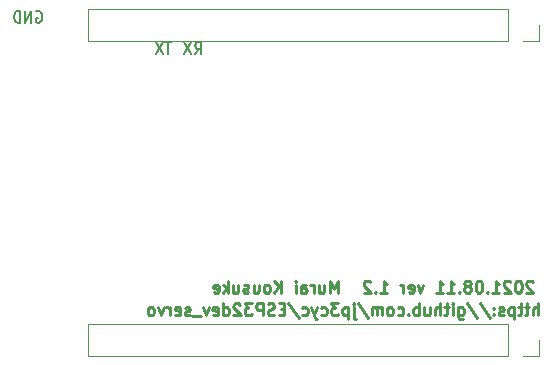
<source format=gbr>
G04 #@! TF.GenerationSoftware,KiCad,Pcbnew,(5.1.10)-1*
G04 #@! TF.CreationDate,2021-08-11T19:04:18+09:00*
G04 #@! TF.ProjectId,ESP32_LED,45535033-325f-44c4-9544-2e6b69636164,rev?*
G04 #@! TF.SameCoordinates,Original*
G04 #@! TF.FileFunction,Legend,Bot*
G04 #@! TF.FilePolarity,Positive*
%FSLAX46Y46*%
G04 Gerber Fmt 4.6, Leading zero omitted, Abs format (unit mm)*
G04 Created by KiCad (PCBNEW (5.1.10)-1) date 2021-08-11 19:04:18*
%MOMM*%
%LPD*%
G01*
G04 APERTURE LIST*
%ADD10C,0.150000*%
%ADD11C,0.250000*%
%ADD12C,0.120000*%
G04 APERTURE END LIST*
D10*
X132765714Y-70620000D02*
X132851428Y-70572380D01*
X132980000Y-70572380D01*
X133108571Y-70620000D01*
X133194285Y-70715238D01*
X133237142Y-70810476D01*
X133280000Y-71000952D01*
X133280000Y-71143809D01*
X133237142Y-71334285D01*
X133194285Y-71429523D01*
X133108571Y-71524761D01*
X132980000Y-71572380D01*
X132894285Y-71572380D01*
X132765714Y-71524761D01*
X132722857Y-71477142D01*
X132722857Y-71143809D01*
X132894285Y-71143809D01*
X132337142Y-71572380D02*
X132337142Y-70572380D01*
X131822857Y-71572380D01*
X131822857Y-70572380D01*
X131394285Y-71572380D02*
X131394285Y-70572380D01*
X131180000Y-70572380D01*
X131051428Y-70620000D01*
X130965714Y-70715238D01*
X130922857Y-70810476D01*
X130880000Y-71000952D01*
X130880000Y-71143809D01*
X130922857Y-71334285D01*
X130965714Y-71429523D01*
X131051428Y-71524761D01*
X131180000Y-71572380D01*
X131394285Y-71572380D01*
X146200000Y-74239380D02*
X146500000Y-73763190D01*
X146714285Y-74239380D02*
X146714285Y-73239380D01*
X146371428Y-73239380D01*
X146285714Y-73287000D01*
X146242857Y-73334619D01*
X146200000Y-73429857D01*
X146200000Y-73572714D01*
X146242857Y-73667952D01*
X146285714Y-73715571D01*
X146371428Y-73763190D01*
X146714285Y-73763190D01*
X145900000Y-73239380D02*
X145300000Y-74239380D01*
X145300000Y-73239380D02*
X145900000Y-74239380D01*
X144195714Y-73239380D02*
X143681428Y-73239380D01*
X143938571Y-74239380D02*
X143938571Y-73239380D01*
X143467142Y-73239380D02*
X142867142Y-74239380D01*
X142867142Y-73239380D02*
X143467142Y-74239380D01*
D11*
X175250000Y-96337380D02*
X175250000Y-95337380D01*
X174821428Y-96337380D02*
X174821428Y-95813571D01*
X174869047Y-95718333D01*
X174964285Y-95670714D01*
X175107142Y-95670714D01*
X175202380Y-95718333D01*
X175250000Y-95765952D01*
X174488095Y-95670714D02*
X174107142Y-95670714D01*
X174345238Y-95337380D02*
X174345238Y-96194523D01*
X174297619Y-96289761D01*
X174202380Y-96337380D01*
X174107142Y-96337380D01*
X173916666Y-95670714D02*
X173535714Y-95670714D01*
X173773809Y-95337380D02*
X173773809Y-96194523D01*
X173726190Y-96289761D01*
X173630952Y-96337380D01*
X173535714Y-96337380D01*
X173202380Y-95670714D02*
X173202380Y-96670714D01*
X173202380Y-95718333D02*
X173107142Y-95670714D01*
X172916666Y-95670714D01*
X172821428Y-95718333D01*
X172773809Y-95765952D01*
X172726190Y-95861190D01*
X172726190Y-96146904D01*
X172773809Y-96242142D01*
X172821428Y-96289761D01*
X172916666Y-96337380D01*
X173107142Y-96337380D01*
X173202380Y-96289761D01*
X172345238Y-96289761D02*
X172250000Y-96337380D01*
X172059523Y-96337380D01*
X171964285Y-96289761D01*
X171916666Y-96194523D01*
X171916666Y-96146904D01*
X171964285Y-96051666D01*
X172059523Y-96004047D01*
X172202380Y-96004047D01*
X172297619Y-95956428D01*
X172345238Y-95861190D01*
X172345238Y-95813571D01*
X172297619Y-95718333D01*
X172202380Y-95670714D01*
X172059523Y-95670714D01*
X171964285Y-95718333D01*
X171488095Y-96242142D02*
X171440476Y-96289761D01*
X171488095Y-96337380D01*
X171535714Y-96289761D01*
X171488095Y-96242142D01*
X171488095Y-96337380D01*
X171488095Y-95718333D02*
X171440476Y-95765952D01*
X171488095Y-95813571D01*
X171535714Y-95765952D01*
X171488095Y-95718333D01*
X171488095Y-95813571D01*
X170297619Y-95289761D02*
X171154761Y-96575476D01*
X169250000Y-95289761D02*
X170107142Y-96575476D01*
X168488095Y-95670714D02*
X168488095Y-96480238D01*
X168535714Y-96575476D01*
X168583333Y-96623095D01*
X168678571Y-96670714D01*
X168821428Y-96670714D01*
X168916666Y-96623095D01*
X168488095Y-96289761D02*
X168583333Y-96337380D01*
X168773809Y-96337380D01*
X168869047Y-96289761D01*
X168916666Y-96242142D01*
X168964285Y-96146904D01*
X168964285Y-95861190D01*
X168916666Y-95765952D01*
X168869047Y-95718333D01*
X168773809Y-95670714D01*
X168583333Y-95670714D01*
X168488095Y-95718333D01*
X168011904Y-96337380D02*
X168011904Y-95670714D01*
X168011904Y-95337380D02*
X168059523Y-95385000D01*
X168011904Y-95432619D01*
X167964285Y-95385000D01*
X168011904Y-95337380D01*
X168011904Y-95432619D01*
X167678571Y-95670714D02*
X167297619Y-95670714D01*
X167535714Y-95337380D02*
X167535714Y-96194523D01*
X167488095Y-96289761D01*
X167392857Y-96337380D01*
X167297619Y-96337380D01*
X166964285Y-96337380D02*
X166964285Y-95337380D01*
X166535714Y-96337380D02*
X166535714Y-95813571D01*
X166583333Y-95718333D01*
X166678571Y-95670714D01*
X166821428Y-95670714D01*
X166916666Y-95718333D01*
X166964285Y-95765952D01*
X165630952Y-95670714D02*
X165630952Y-96337380D01*
X166059523Y-95670714D02*
X166059523Y-96194523D01*
X166011904Y-96289761D01*
X165916666Y-96337380D01*
X165773809Y-96337380D01*
X165678571Y-96289761D01*
X165630952Y-96242142D01*
X165154761Y-96337380D02*
X165154761Y-95337380D01*
X165154761Y-95718333D02*
X165059523Y-95670714D01*
X164869047Y-95670714D01*
X164773809Y-95718333D01*
X164726190Y-95765952D01*
X164678571Y-95861190D01*
X164678571Y-96146904D01*
X164726190Y-96242142D01*
X164773809Y-96289761D01*
X164869047Y-96337380D01*
X165059523Y-96337380D01*
X165154761Y-96289761D01*
X164250000Y-96242142D02*
X164202380Y-96289761D01*
X164250000Y-96337380D01*
X164297619Y-96289761D01*
X164250000Y-96242142D01*
X164250000Y-96337380D01*
X163345238Y-96289761D02*
X163440476Y-96337380D01*
X163630952Y-96337380D01*
X163726190Y-96289761D01*
X163773809Y-96242142D01*
X163821428Y-96146904D01*
X163821428Y-95861190D01*
X163773809Y-95765952D01*
X163726190Y-95718333D01*
X163630952Y-95670714D01*
X163440476Y-95670714D01*
X163345238Y-95718333D01*
X162773809Y-96337380D02*
X162869047Y-96289761D01*
X162916666Y-96242142D01*
X162964285Y-96146904D01*
X162964285Y-95861190D01*
X162916666Y-95765952D01*
X162869047Y-95718333D01*
X162773809Y-95670714D01*
X162630952Y-95670714D01*
X162535714Y-95718333D01*
X162488095Y-95765952D01*
X162440476Y-95861190D01*
X162440476Y-96146904D01*
X162488095Y-96242142D01*
X162535714Y-96289761D01*
X162630952Y-96337380D01*
X162773809Y-96337380D01*
X162011904Y-96337380D02*
X162011904Y-95670714D01*
X162011904Y-95765952D02*
X161964285Y-95718333D01*
X161869047Y-95670714D01*
X161726190Y-95670714D01*
X161630952Y-95718333D01*
X161583333Y-95813571D01*
X161583333Y-96337380D01*
X161583333Y-95813571D02*
X161535714Y-95718333D01*
X161440476Y-95670714D01*
X161297619Y-95670714D01*
X161202380Y-95718333D01*
X161154761Y-95813571D01*
X161154761Y-96337380D01*
X159964285Y-95289761D02*
X160821428Y-96575476D01*
X159630952Y-95670714D02*
X159630952Y-96527857D01*
X159678571Y-96623095D01*
X159773809Y-96670714D01*
X159821428Y-96670714D01*
X159630952Y-95337380D02*
X159678571Y-95385000D01*
X159630952Y-95432619D01*
X159583333Y-95385000D01*
X159630952Y-95337380D01*
X159630952Y-95432619D01*
X159154761Y-95670714D02*
X159154761Y-96670714D01*
X159154761Y-95718333D02*
X159059523Y-95670714D01*
X158869047Y-95670714D01*
X158773809Y-95718333D01*
X158726190Y-95765952D01*
X158678571Y-95861190D01*
X158678571Y-96146904D01*
X158726190Y-96242142D01*
X158773809Y-96289761D01*
X158869047Y-96337380D01*
X159059523Y-96337380D01*
X159154761Y-96289761D01*
X158345238Y-95337380D02*
X157726190Y-95337380D01*
X158059523Y-95718333D01*
X157916666Y-95718333D01*
X157821428Y-95765952D01*
X157773809Y-95813571D01*
X157726190Y-95908809D01*
X157726190Y-96146904D01*
X157773809Y-96242142D01*
X157821428Y-96289761D01*
X157916666Y-96337380D01*
X158202380Y-96337380D01*
X158297619Y-96289761D01*
X158345238Y-96242142D01*
X156869047Y-96289761D02*
X156964285Y-96337380D01*
X157154761Y-96337380D01*
X157250000Y-96289761D01*
X157297619Y-96242142D01*
X157345238Y-96146904D01*
X157345238Y-95861190D01*
X157297619Y-95765952D01*
X157250000Y-95718333D01*
X157154761Y-95670714D01*
X156964285Y-95670714D01*
X156869047Y-95718333D01*
X156535714Y-95670714D02*
X156297619Y-96337380D01*
X156059523Y-95670714D02*
X156297619Y-96337380D01*
X156392857Y-96575476D01*
X156440476Y-96623095D01*
X156535714Y-96670714D01*
X155250000Y-96289761D02*
X155345238Y-96337380D01*
X155535714Y-96337380D01*
X155630952Y-96289761D01*
X155678571Y-96242142D01*
X155726190Y-96146904D01*
X155726190Y-95861190D01*
X155678571Y-95765952D01*
X155630952Y-95718333D01*
X155535714Y-95670714D01*
X155345238Y-95670714D01*
X155250000Y-95718333D01*
X154107142Y-95289761D02*
X154964285Y-96575476D01*
X153773809Y-95813571D02*
X153440476Y-95813571D01*
X153297619Y-96337380D02*
X153773809Y-96337380D01*
X153773809Y-95337380D01*
X153297619Y-95337380D01*
X152916666Y-96289761D02*
X152773809Y-96337380D01*
X152535714Y-96337380D01*
X152440476Y-96289761D01*
X152392857Y-96242142D01*
X152345238Y-96146904D01*
X152345238Y-96051666D01*
X152392857Y-95956428D01*
X152440476Y-95908809D01*
X152535714Y-95861190D01*
X152726190Y-95813571D01*
X152821428Y-95765952D01*
X152869047Y-95718333D01*
X152916666Y-95623095D01*
X152916666Y-95527857D01*
X152869047Y-95432619D01*
X152821428Y-95385000D01*
X152726190Y-95337380D01*
X152488095Y-95337380D01*
X152345238Y-95385000D01*
X151916666Y-96337380D02*
X151916666Y-95337380D01*
X151535714Y-95337380D01*
X151440476Y-95385000D01*
X151392857Y-95432619D01*
X151345238Y-95527857D01*
X151345238Y-95670714D01*
X151392857Y-95765952D01*
X151440476Y-95813571D01*
X151535714Y-95861190D01*
X151916666Y-95861190D01*
X151011904Y-95337380D02*
X150392857Y-95337380D01*
X150726190Y-95718333D01*
X150583333Y-95718333D01*
X150488095Y-95765952D01*
X150440476Y-95813571D01*
X150392857Y-95908809D01*
X150392857Y-96146904D01*
X150440476Y-96242142D01*
X150488095Y-96289761D01*
X150583333Y-96337380D01*
X150869047Y-96337380D01*
X150964285Y-96289761D01*
X151011904Y-96242142D01*
X150011904Y-95432619D02*
X149964285Y-95385000D01*
X149869047Y-95337380D01*
X149630952Y-95337380D01*
X149535714Y-95385000D01*
X149488095Y-95432619D01*
X149440476Y-95527857D01*
X149440476Y-95623095D01*
X149488095Y-95765952D01*
X150059523Y-96337380D01*
X149440476Y-96337380D01*
X148583333Y-96337380D02*
X148583333Y-95337380D01*
X148583333Y-96289761D02*
X148678571Y-96337380D01*
X148869047Y-96337380D01*
X148964285Y-96289761D01*
X149011904Y-96242142D01*
X149059523Y-96146904D01*
X149059523Y-95861190D01*
X149011904Y-95765952D01*
X148964285Y-95718333D01*
X148869047Y-95670714D01*
X148678571Y-95670714D01*
X148583333Y-95718333D01*
X147726190Y-96289761D02*
X147821428Y-96337380D01*
X148011904Y-96337380D01*
X148107142Y-96289761D01*
X148154761Y-96194523D01*
X148154761Y-95813571D01*
X148107142Y-95718333D01*
X148011904Y-95670714D01*
X147821428Y-95670714D01*
X147726190Y-95718333D01*
X147678571Y-95813571D01*
X147678571Y-95908809D01*
X148154761Y-96004047D01*
X147345238Y-95670714D02*
X147107142Y-96337380D01*
X146869047Y-95670714D01*
X146726190Y-96432619D02*
X145964285Y-96432619D01*
X145773809Y-96289761D02*
X145678571Y-96337380D01*
X145488095Y-96337380D01*
X145392857Y-96289761D01*
X145345238Y-96194523D01*
X145345238Y-96146904D01*
X145392857Y-96051666D01*
X145488095Y-96004047D01*
X145630952Y-96004047D01*
X145726190Y-95956428D01*
X145773809Y-95861190D01*
X145773809Y-95813571D01*
X145726190Y-95718333D01*
X145630952Y-95670714D01*
X145488095Y-95670714D01*
X145392857Y-95718333D01*
X144535714Y-96289761D02*
X144630952Y-96337380D01*
X144821428Y-96337380D01*
X144916666Y-96289761D01*
X144964285Y-96194523D01*
X144964285Y-95813571D01*
X144916666Y-95718333D01*
X144821428Y-95670714D01*
X144630952Y-95670714D01*
X144535714Y-95718333D01*
X144488095Y-95813571D01*
X144488095Y-95908809D01*
X144964285Y-96004047D01*
X144059523Y-96337380D02*
X144059523Y-95670714D01*
X144059523Y-95861190D02*
X144011904Y-95765952D01*
X143964285Y-95718333D01*
X143869047Y-95670714D01*
X143773809Y-95670714D01*
X143535714Y-95670714D02*
X143297619Y-96337380D01*
X143059523Y-95670714D01*
X142535714Y-96337380D02*
X142630952Y-96289761D01*
X142678571Y-96242142D01*
X142726190Y-96146904D01*
X142726190Y-95861190D01*
X142678571Y-95765952D01*
X142630952Y-95718333D01*
X142535714Y-95670714D01*
X142392857Y-95670714D01*
X142297619Y-95718333D01*
X142250000Y-95765952D01*
X142202380Y-95861190D01*
X142202380Y-96146904D01*
X142250000Y-96242142D01*
X142297619Y-96289761D01*
X142392857Y-96337380D01*
X142535714Y-96337380D01*
X158296904Y-94432380D02*
X158296904Y-93432380D01*
X157963571Y-94146666D01*
X157630238Y-93432380D01*
X157630238Y-94432380D01*
X156725476Y-93765714D02*
X156725476Y-94432380D01*
X157154047Y-93765714D02*
X157154047Y-94289523D01*
X157106428Y-94384761D01*
X157011190Y-94432380D01*
X156868333Y-94432380D01*
X156773095Y-94384761D01*
X156725476Y-94337142D01*
X156249285Y-94432380D02*
X156249285Y-93765714D01*
X156249285Y-93956190D02*
X156201666Y-93860952D01*
X156154047Y-93813333D01*
X156058809Y-93765714D01*
X155963571Y-93765714D01*
X155201666Y-94432380D02*
X155201666Y-93908571D01*
X155249285Y-93813333D01*
X155344523Y-93765714D01*
X155535000Y-93765714D01*
X155630238Y-93813333D01*
X155201666Y-94384761D02*
X155296904Y-94432380D01*
X155535000Y-94432380D01*
X155630238Y-94384761D01*
X155677857Y-94289523D01*
X155677857Y-94194285D01*
X155630238Y-94099047D01*
X155535000Y-94051428D01*
X155296904Y-94051428D01*
X155201666Y-94003809D01*
X154725476Y-94432380D02*
X154725476Y-93765714D01*
X154725476Y-93432380D02*
X154773095Y-93480000D01*
X154725476Y-93527619D01*
X154677857Y-93480000D01*
X154725476Y-93432380D01*
X154725476Y-93527619D01*
X153487380Y-94432380D02*
X153487380Y-93432380D01*
X152915952Y-94432380D02*
X153344523Y-93860952D01*
X152915952Y-93432380D02*
X153487380Y-94003809D01*
X152344523Y-94432380D02*
X152439761Y-94384761D01*
X152487380Y-94337142D01*
X152535000Y-94241904D01*
X152535000Y-93956190D01*
X152487380Y-93860952D01*
X152439761Y-93813333D01*
X152344523Y-93765714D01*
X152201666Y-93765714D01*
X152106428Y-93813333D01*
X152058809Y-93860952D01*
X152011190Y-93956190D01*
X152011190Y-94241904D01*
X152058809Y-94337142D01*
X152106428Y-94384761D01*
X152201666Y-94432380D01*
X152344523Y-94432380D01*
X151154047Y-93765714D02*
X151154047Y-94432380D01*
X151582619Y-93765714D02*
X151582619Y-94289523D01*
X151535000Y-94384761D01*
X151439761Y-94432380D01*
X151296904Y-94432380D01*
X151201666Y-94384761D01*
X151154047Y-94337142D01*
X150725476Y-94384761D02*
X150630238Y-94432380D01*
X150439761Y-94432380D01*
X150344523Y-94384761D01*
X150296904Y-94289523D01*
X150296904Y-94241904D01*
X150344523Y-94146666D01*
X150439761Y-94099047D01*
X150582619Y-94099047D01*
X150677857Y-94051428D01*
X150725476Y-93956190D01*
X150725476Y-93908571D01*
X150677857Y-93813333D01*
X150582619Y-93765714D01*
X150439761Y-93765714D01*
X150344523Y-93813333D01*
X149439761Y-93765714D02*
X149439761Y-94432380D01*
X149868333Y-93765714D02*
X149868333Y-94289523D01*
X149820714Y-94384761D01*
X149725476Y-94432380D01*
X149582619Y-94432380D01*
X149487380Y-94384761D01*
X149439761Y-94337142D01*
X148963571Y-94432380D02*
X148963571Y-93432380D01*
X148868333Y-94051428D02*
X148582619Y-94432380D01*
X148582619Y-93765714D02*
X148963571Y-94146666D01*
X147773095Y-94384761D02*
X147868333Y-94432380D01*
X148058809Y-94432380D01*
X148154047Y-94384761D01*
X148201666Y-94289523D01*
X148201666Y-93908571D01*
X148154047Y-93813333D01*
X148058809Y-93765714D01*
X147868333Y-93765714D01*
X147773095Y-93813333D01*
X147725476Y-93908571D01*
X147725476Y-94003809D01*
X148201666Y-94099047D01*
X174806666Y-93527619D02*
X174759047Y-93480000D01*
X174663809Y-93432380D01*
X174425714Y-93432380D01*
X174330476Y-93480000D01*
X174282857Y-93527619D01*
X174235238Y-93622857D01*
X174235238Y-93718095D01*
X174282857Y-93860952D01*
X174854285Y-94432380D01*
X174235238Y-94432380D01*
X173616190Y-93432380D02*
X173520952Y-93432380D01*
X173425714Y-93480000D01*
X173378095Y-93527619D01*
X173330476Y-93622857D01*
X173282857Y-93813333D01*
X173282857Y-94051428D01*
X173330476Y-94241904D01*
X173378095Y-94337142D01*
X173425714Y-94384761D01*
X173520952Y-94432380D01*
X173616190Y-94432380D01*
X173711428Y-94384761D01*
X173759047Y-94337142D01*
X173806666Y-94241904D01*
X173854285Y-94051428D01*
X173854285Y-93813333D01*
X173806666Y-93622857D01*
X173759047Y-93527619D01*
X173711428Y-93480000D01*
X173616190Y-93432380D01*
X172901904Y-93527619D02*
X172854285Y-93480000D01*
X172759047Y-93432380D01*
X172520952Y-93432380D01*
X172425714Y-93480000D01*
X172378095Y-93527619D01*
X172330476Y-93622857D01*
X172330476Y-93718095D01*
X172378095Y-93860952D01*
X172949523Y-94432380D01*
X172330476Y-94432380D01*
X171378095Y-94432380D02*
X171949523Y-94432380D01*
X171663809Y-94432380D02*
X171663809Y-93432380D01*
X171759047Y-93575238D01*
X171854285Y-93670476D01*
X171949523Y-93718095D01*
X170949523Y-94337142D02*
X170901904Y-94384761D01*
X170949523Y-94432380D01*
X170997142Y-94384761D01*
X170949523Y-94337142D01*
X170949523Y-94432380D01*
X170282857Y-93432380D02*
X170187619Y-93432380D01*
X170092380Y-93480000D01*
X170044761Y-93527619D01*
X169997142Y-93622857D01*
X169949523Y-93813333D01*
X169949523Y-94051428D01*
X169997142Y-94241904D01*
X170044761Y-94337142D01*
X170092380Y-94384761D01*
X170187619Y-94432380D01*
X170282857Y-94432380D01*
X170378095Y-94384761D01*
X170425714Y-94337142D01*
X170473333Y-94241904D01*
X170520952Y-94051428D01*
X170520952Y-93813333D01*
X170473333Y-93622857D01*
X170425714Y-93527619D01*
X170378095Y-93480000D01*
X170282857Y-93432380D01*
X169378095Y-93860952D02*
X169473333Y-93813333D01*
X169520952Y-93765714D01*
X169568571Y-93670476D01*
X169568571Y-93622857D01*
X169520952Y-93527619D01*
X169473333Y-93480000D01*
X169378095Y-93432380D01*
X169187619Y-93432380D01*
X169092380Y-93480000D01*
X169044761Y-93527619D01*
X168997142Y-93622857D01*
X168997142Y-93670476D01*
X169044761Y-93765714D01*
X169092380Y-93813333D01*
X169187619Y-93860952D01*
X169378095Y-93860952D01*
X169473333Y-93908571D01*
X169520952Y-93956190D01*
X169568571Y-94051428D01*
X169568571Y-94241904D01*
X169520952Y-94337142D01*
X169473333Y-94384761D01*
X169378095Y-94432380D01*
X169187619Y-94432380D01*
X169092380Y-94384761D01*
X169044761Y-94337142D01*
X168997142Y-94241904D01*
X168997142Y-94051428D01*
X169044761Y-93956190D01*
X169092380Y-93908571D01*
X169187619Y-93860952D01*
X168568571Y-94337142D02*
X168520952Y-94384761D01*
X168568571Y-94432380D01*
X168616190Y-94384761D01*
X168568571Y-94337142D01*
X168568571Y-94432380D01*
X167568571Y-94432380D02*
X168140000Y-94432380D01*
X167854285Y-94432380D02*
X167854285Y-93432380D01*
X167949523Y-93575238D01*
X168044761Y-93670476D01*
X168140000Y-93718095D01*
X166616190Y-94432380D02*
X167187619Y-94432380D01*
X166901904Y-94432380D02*
X166901904Y-93432380D01*
X166997142Y-93575238D01*
X167092380Y-93670476D01*
X167187619Y-93718095D01*
X165520952Y-93765714D02*
X165282857Y-94432380D01*
X165044761Y-93765714D01*
X164282857Y-94384761D02*
X164378095Y-94432380D01*
X164568571Y-94432380D01*
X164663809Y-94384761D01*
X164711428Y-94289523D01*
X164711428Y-93908571D01*
X164663809Y-93813333D01*
X164568571Y-93765714D01*
X164378095Y-93765714D01*
X164282857Y-93813333D01*
X164235238Y-93908571D01*
X164235238Y-94003809D01*
X164711428Y-94099047D01*
X163806666Y-94432380D02*
X163806666Y-93765714D01*
X163806666Y-93956190D02*
X163759047Y-93860952D01*
X163711428Y-93813333D01*
X163616190Y-93765714D01*
X163520952Y-93765714D01*
X161901904Y-94432380D02*
X162473333Y-94432380D01*
X162187619Y-94432380D02*
X162187619Y-93432380D01*
X162282857Y-93575238D01*
X162378095Y-93670476D01*
X162473333Y-93718095D01*
X161473333Y-94337142D02*
X161425714Y-94384761D01*
X161473333Y-94432380D01*
X161520952Y-94384761D01*
X161473333Y-94337142D01*
X161473333Y-94432380D01*
X161044761Y-93527619D02*
X160997142Y-93480000D01*
X160901904Y-93432380D01*
X160663809Y-93432380D01*
X160568571Y-93480000D01*
X160520952Y-93527619D01*
X160473333Y-93622857D01*
X160473333Y-93718095D01*
X160520952Y-93860952D01*
X161092380Y-94432380D01*
X160473333Y-94432380D01*
D12*
X175320000Y-99755000D02*
X175320000Y-98425000D01*
X173990000Y-99755000D02*
X175320000Y-99755000D01*
X172720000Y-99755000D02*
X172720000Y-97095000D01*
X172720000Y-97095000D02*
X137100000Y-97095000D01*
X172720000Y-99755000D02*
X137100000Y-99755000D01*
X137100000Y-99755000D02*
X137100000Y-97095000D01*
X137100000Y-73085000D02*
X137100000Y-70425000D01*
X172720000Y-73085000D02*
X137100000Y-73085000D01*
X172720000Y-70425000D02*
X137100000Y-70425000D01*
X172720000Y-73085000D02*
X172720000Y-70425000D01*
X173990000Y-73085000D02*
X175320000Y-73085000D01*
X175320000Y-73085000D02*
X175320000Y-71755000D01*
M02*

</source>
